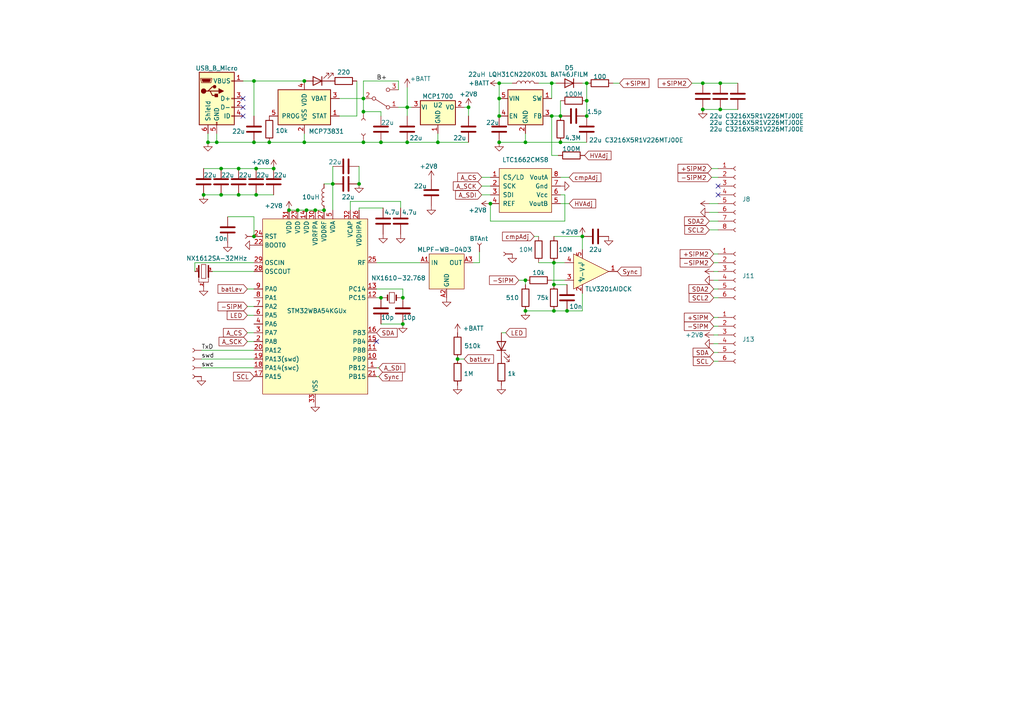
<source format=kicad_sch>
(kicad_sch (version 20211123) (generator eeschema)
  (paper "A4")
  (lib_symbols
    (symbol "Battery_Management:MCP73831-2-OT" (pin_names (offset 1.016))
      (property "Reference" "U" (at -7.62 6.35 0))
      (property "Value" "MCP73831-2-OT" (at 1.27 6.35 0))
      (symbol "MCP73831-2-OT_0_1"
        (rectangle (start -7.62 5.08) (end 7.62 -5.08) (stroke (width 0.254)) (fill (type background)))
      )
      (symbol "MCP73831-2-OT_1_1"
        (pin output line (at 10.16 -2.54 180) (length 2.54) (name "STAT") (number "1"))
        (pin power_in line (at 0 -7.62 90) (length 2.54) (name "VSS") (number "2"))
        (pin power_out line (at 10.16 2.54 180) (length 2.54) (name "VBAT") (number "3"))
        (pin power_in line (at 0 7.62 270) (length 2.54) (name "VDD") (number "4"))
        (pin input line (at -10.16 -2.54 0) (length 2.54) (name "PROG") (number "5"))
      )
    )
    (symbol "Connector:Conn_01x06_Female" (pin_names (offset 1.016) hide)
      (property "Reference" "J" (at 0 7.62 0))
      (property "Value" "Conn_01x06_Female" (at 0 -10.16 0))
      (symbol "Conn_01x06_Female_1_1"
        (arc (start 0 -7.112) (mid -0.508 -7.62) (end 0 -8.128) (stroke (width 0.1524)))
        (arc (start 0 -4.572) (mid -0.508 -5.08) (end 0 -5.588) (stroke (width 0.1524)))
        (arc (start 0 -2.032) (mid -0.508 -2.54) (end 0 -3.048) (stroke (width 0.1524)))
        (polyline (pts (xy -1.27 -7.62) (xy -0.508 -7.62)) (stroke (width 0.1524)))
        (polyline (pts (xy -1.27 -5.08) (xy -0.508 -5.08)) (stroke (width 0.1524)))
        (polyline (pts (xy -1.27 -2.54) (xy -0.508 -2.54)) (stroke (width 0.1524)))
        (polyline (pts (xy -1.27 0) (xy -0.508 0)) (stroke (width 0.1524)))
        (polyline (pts (xy -1.27 2.54) (xy -0.508 2.54)) (stroke (width 0.1524)))
        (polyline (pts (xy -1.27 5.08) (xy -0.508 5.08)) (stroke (width 0.1524)))
        (arc (start 0 0.508) (mid -0.508 0) (end 0 -0.508) (stroke (width 0.1524)))
        (arc (start 0 3.048) (mid -0.508 2.54) (end 0 2.032) (stroke (width 0.1524)))
        (arc (start 0 5.588) (mid -0.508 5.08) (end 0 4.572) (stroke (width 0.1524)))
        (pin passive line (at -5.08 5.08 0) (length 3.81) (name "Pin_1") (number "1"))
        (pin passive line (at -5.08 2.54 0) (length 3.81) (name "Pin_2") (number "2"))
        (pin passive line (at -5.08 0 0) (length 3.81) (name "Pin_3") (number "3"))
        (pin passive line (at -5.08 -2.54 0) (length 3.81) (name "Pin_4") (number "4"))
        (pin passive line (at -5.08 -5.08 0) (length 3.81) (name "Pin_5") (number "5"))
        (pin passive line (at -5.08 -7.62 0) (length 3.81) (name "Pin_6") (number "6"))
      )
    )
    (symbol "Connector:Conn_01x08_Female" (pin_names (offset 1.016) hide)
      (property "Reference" "J" (at 0 10.16 0))
      (property "Value" "Conn_01x08_Female" (at 0 -12.7 0))
      (symbol "Conn_01x08_Female_1_1"
        (arc (start 0 -9.652) (mid -0.508 -10.16) (end 0 -10.668) (stroke (width 0.1524)))
        (arc (start 0 -7.112) (mid -0.508 -7.62) (end 0 -8.128) (stroke (width 0.1524)))
        (arc (start 0 -4.572) (mid -0.508 -5.08) (end 0 -5.588) (stroke (width 0.1524)))
        (arc (start 0 -2.032) (mid -0.508 -2.54) (end 0 -3.048) (stroke (width 0.1524)))
        (polyline (pts (xy -1.27 -10.16) (xy -0.508 -10.16)) (stroke (width 0.1524)))
        (polyline (pts (xy -1.27 -7.62) (xy -0.508 -7.62)) (stroke (width 0.1524)))
        (polyline (pts (xy -1.27 -5.08) (xy -0.508 -5.08)) (stroke (width 0.1524)))
        (polyline (pts (xy -1.27 -2.54) (xy -0.508 -2.54)) (stroke (width 0.1524)))
        (polyline (pts (xy -1.27 0) (xy -0.508 0)) (stroke (width 0.1524)))
        (polyline (pts (xy -1.27 2.54) (xy -0.508 2.54)) (stroke (width 0.1524)))
        (polyline (pts (xy -1.27 5.08) (xy -0.508 5.08)) (stroke (width 0.1524)))
        (polyline (pts (xy -1.27 7.62) (xy -0.508 7.62)) (stroke (width 0.1524)))
        (arc (start 0 0.508) (mid -0.508 0) (end 0 -0.508) (stroke (width 0.1524)))
        (arc (start 0 3.048) (mid -0.508 2.54) (end 0 2.032) (stroke (width 0.1524)))
        (arc (start 0 5.588) (mid -0.508 5.08) (end 0 4.572) (stroke (width 0.1524)))
        (arc (start 0 8.128) (mid -0.508 7.62) (end 0 7.112) (stroke (width 0.1524)))
        (pin passive line (at -5.08 7.62 0) (length 3.81) (name "Pin_1") (number "1"))
        (pin passive line (at -5.08 5.08 0) (length 3.81) (name "Pin_2") (number "2"))
        (pin passive line (at -5.08 2.54 0) (length 3.81) (name "Pin_3") (number "3"))
        (pin passive line (at -5.08 0 0) (length 3.81) (name "Pin_4") (number "4"))
        (pin passive line (at -5.08 -2.54 0) (length 3.81) (name "Pin_5") (number "5"))
        (pin passive line (at -5.08 -5.08 0) (length 3.81) (name "Pin_6") (number "6"))
        (pin passive line (at -5.08 -7.62 0) (length 3.81) (name "Pin_7") (number "7"))
        (pin passive line (at -5.08 -10.16 0) (length 3.81) (name "Pin_8") (number "8"))
      )
    )
    (symbol "Connector:USB_B_Micro" (pin_names (offset 1.016))
      (property "Reference" "J" (at -5.08 11.43 0))
      (property "Value" "USB_B_Micro" (at -5.08 8.89 0))
      (symbol "USB_B_Micro_0_1"
        (rectangle (start -5.08 -7.62) (end 5.08 7.62) (stroke (width 0.254)) (fill (type background)))
        (circle (center -3.81 2.159) (radius 0.635) (stroke (width 0.254)) (fill (type outline)))
        (circle (center -0.635 3.429) (radius 0.381) (stroke (width 0.254)) (fill (type outline)))
        (rectangle (start -0.127 -7.62) (end 0.127 -6.858))
        (polyline (pts (xy -1.905 2.159) (xy 0.635 2.159)) (stroke (width 0.254)))
        (polyline (pts (xy -3.175 2.159) (xy -2.54 2.159) (xy -1.27 3.429) (xy -0.635 3.429)) (stroke (width 0.254)))
        (polyline (pts (xy -2.54 2.159) (xy -1.905 2.159) (xy -1.27 0.889) (xy 0 0.889)) (stroke (width 0.254)))
        (polyline (pts (xy 0.635 2.794) (xy 0.635 1.524) (xy 1.905 2.159) (xy 0.635 2.794)) (stroke (width 0.254)) (fill (type outline)))
        (polyline (pts (xy -4.318 5.588) (xy -1.778 5.588) (xy -2.032 4.826) (xy -4.064 4.826) (xy -4.318 5.588)) (fill (type outline)))
        (polyline (pts (xy -4.699 5.842) (xy -4.699 5.588) (xy -4.445 4.826) (xy -4.445 4.572) (xy -1.651 4.572) (xy -1.651 4.826) (xy -1.397 5.588) (xy -1.397 5.842) (xy -4.699 5.842)))
        (rectangle (start 0.254 1.27) (end -0.508 0.508) (stroke (width 0.254)) (fill (type outline)))
        (rectangle (start 5.08 -5.207) (end 4.318 -4.953))
        (rectangle (start 5.08 -2.667) (end 4.318 -2.413))
        (rectangle (start 5.08 -0.127) (end 4.318 0.127))
        (rectangle (start 5.08 4.953) (end 4.318 5.207))
      )
      (symbol "USB_B_Micro_1_1"
        (pin power_out line (at 7.62 5.08 180) (length 2.54) (name "VBUS") (number "1"))
        (pin bidirectional line (at 7.62 -2.54 180) (length 2.54) (name "D-") (number "2"))
        (pin bidirectional line (at 7.62 0 180) (length 2.54) (name "D+") (number "3"))
        (pin passive line (at 7.62 -5.08 180) (length 2.54) (name "ID") (number "4"))
        (pin power_out line (at 0 -10.16 90) (length 2.54) (name "GND") (number "5"))
        (pin passive line (at -2.54 -10.16 90) (length 2.54) (name "Shield") (number "6"))
      )
    )
    (symbol "Device:C" (pin_numbers hide) (pin_names (offset 0.254))
      (property "Reference" "C" (at 0.635 2.54 0))
      (property "Value" "C" (at 0.635 -2.54 0))
      (symbol "C_0_1"
        (polyline (pts (xy -2.032 -0.762) (xy 2.032 -0.762)) (stroke (width 0.508)))
        (polyline (pts (xy -2.032 0.762) (xy 2.032 0.762)) (stroke (width 0.508)))
      )
      (symbol "C_1_1"
        (pin passive line (at 0 3.81 270) (length 2.794) (name "~") (number "1"))
        (pin passive line (at 0 -3.81 90) (length 2.794) (name "~") (number "2"))
      )
    )
    (symbol "Device:Crystal_Small" (pin_numbers hide) (pin_names (offset 1.016) hide)
      (property "Reference" "Y" (at 0 2.54 0))
      (property "Value" "Crystal_Small" (at 0 -2.54 0))
      (symbol "Crystal_Small_0_1"
        (rectangle (start -0.762 -1.524) (end 0.762 1.524))
        (polyline (pts (xy -1.27 -0.762) (xy -1.27 0.762)) (stroke (width 0.381)))
        (polyline (pts (xy 1.27 -0.762) (xy 1.27 0.762)) (stroke (width 0.381)))
      )
      (symbol "Crystal_Small_1_1"
        (pin passive line (at -2.54 0 0) (length 1.27) (name "1") (number "1"))
        (pin passive line (at 2.54 0 180) (length 1.27) (name "2") (number "2"))
      )
    )
    (symbol "Device:D" (pin_numbers hide) (pin_names (offset 1.016) hide)
      (property "Reference" "D" (at 0 2.54 0))
      (property "Value" "D" (at 0 -2.54 0))
      (symbol "D_0_1"
        (polyline (pts (xy -1.27 1.27) (xy -1.27 -1.27)) (stroke (width 0.254)))
        (polyline (pts (xy 1.27 0) (xy -1.27 0)))
        (polyline (pts (xy 1.27 1.27) (xy 1.27 -1.27) (xy -1.27 0) (xy 1.27 1.27)) (stroke (width 0.254)))
      )
      (symbol "D_1_1"
        (pin passive line (at -3.81 0 0) (length 2.54) (name "K") (number "1"))
        (pin passive line (at 3.81 0 180) (length 2.54) (name "A") (number "2"))
      )
    )
    (symbol "Device:L" (pin_numbers hide) (pin_names (offset 1.016) hide)
      (property "Reference" "L" (at -1.27 0 90))
      (property "Value" "L" (at 1.905 0 90))
      (symbol "L_0_1"
        (arc (start 0 -2.54) (mid 0.635 -1.905) (end 0 -1.27))
        (arc (start 0 -1.27) (mid 0.635 -0.635) (end 0 0))
        (arc (start 0 0) (mid 0.635 0.635) (end 0 1.27))
        (arc (start 0 1.27) (mid 0.635 1.905) (end 0 2.54))
      )
      (symbol "L_1_1"
        (pin passive line (at 0 3.81 270) (length 1.27) (name "1") (number "1"))
        (pin passive line (at 0 -3.81 90) (length 1.27) (name "2") (number "2"))
      )
    )
    (symbol "Device:LED" (pin_numbers hide) (pin_names (offset 1.016) hide)
      (property "Reference" "D" (at 0 2.54 0))
      (property "Value" "LED" (at 0 -2.54 0))
      (symbol "LED_0_1"
        (polyline (pts (xy -1.27 -1.27) (xy -1.27 1.27)) (stroke (width 0.254)))
        (polyline (pts (xy -1.27 0) (xy 1.27 0)))
        (polyline (pts (xy 1.27 -1.27) (xy 1.27 1.27) (xy -1.27 0) (xy 1.27 -1.27)) (stroke (width 0.254)))
        (polyline (pts (xy -3.048 -0.762) (xy -4.572 -2.286) (xy -3.81 -2.286) (xy -4.572 -2.286) (xy -4.572 -1.524)))
        (polyline (pts (xy -1.778 -0.762) (xy -3.302 -2.286) (xy -2.54 -2.286) (xy -3.302 -2.286) (xy -3.302 -1.524)))
      )
      (symbol "LED_1_1"
        (pin passive line (at -3.81 0 0) (length 2.54) (name "K") (number "1"))
        (pin passive line (at 3.81 0 180) (length 2.54) (name "A") (number "2"))
      )
    )
    (symbol "Device:R" (pin_numbers hide) (pin_names (offset 0))
      (property "Reference" "R" (at 2.032 0 90))
      (property "Value" "R" (at 0 0 90))
      (symbol "R_0_1"
        (rectangle (start -1.016 -2.54) (end 1.016 2.54) (stroke (width 0.254)))
      )
      (symbol "R_1_1"
        (pin passive line (at 0 3.81 270) (length 1.27) (name "~") (number "1"))
        (pin passive line (at 0 -3.81 90) (length 1.27) (name "~") (number "2"))
      )
    )
    (symbol "My-Library:Conn" (pin_numbers hide) (pin_names (offset 1.016) hide)
      (property "Reference" "J" (at 0 2.54 0))
      (property "Value" "Conn" (at 0 -2.54 0))
      (symbol "Conn_1_1"
        (arc (start 0 0.508) (mid -0.508 0) (end 0 -0.508) (stroke (width 0.1524)))
        (pin passive line (at -2.54 0 0) (length 2.0066) (name "~") (number "1"))
      )
    )
    (symbol "My-Library:LTC1661CMS8" (pin_names (offset 1.016))
      (property "Reference" "D" (at 0 7.62 0))
      (property "Value" "LTC1661CMS8" (at 0 -7.62 0))
      (symbol "LTC1661CMS8_0_1"
        (rectangle (start -7.62 6.35) (end 7.62 -6.35) (fill (type background)))
      )
      (symbol "LTC1661CMS8_1_1"
        (pin input line (at -10.16 3.81 0) (length 2.54) (name "CS/LD") (number "1"))
        (pin input line (at -10.16 1.27 0) (length 2.54) (name "SCK") (number "2"))
        (pin input line (at -10.16 -1.27 0) (length 2.54) (name "SDI") (number "3"))
        (pin input line (at -10.16 -3.81 0) (length 2.54) (name "REF") (number "4"))
        (pin input line (at 10.16 -3.81 180) (length 2.54) (name "VoutB") (number "5"))
        (pin input line (at 10.16 -1.27 180) (length 2.54) (name "Vcc") (number "6"))
        (pin input line (at 10.16 1.27 180) (length 2.54) (name "Gnd") (number "7"))
        (pin input line (at 10.16 3.81 180) (length 2.54) (name "VoutA") (number "8"))
      )
    )
    (symbol "My-Library:MLPF-WB-04D3"
      (property "Value" "MLPF-WB-04D3" (at 1.27 -13.97 0))
      (symbol "MLPF-WB-04D3_0_1"
        (rectangle (start -5.08 12.7) (end 5.08 2.54) (fill (type background)))
      )
      (symbol "MLPF-WB-04D3_1_1"
        (pin input line (at -7.62 10.16 0) (length 2.54) (name "IN") (number "A1"))
        (pin input line (at 0 0 90) (length 2.54) (name "GND") (number "A2"))
        (pin input line (at 7.62 10.16 180) (length 2.54) (name "OUT") (number "A3"))
        (pin input line (at 0 0 90) (length 2.54) hide (name "GND") (number "B1"))
        (pin input line (at 0 0 90) (length 2.54) hide (name "GND") (number "B2"))
        (pin input line (at 0 0 90) (length 2.54) hide (name "GND") (number "B3"))
      )
    )
    (symbol "My-Library:NX2016SA"
      (property "Value" "NX2016SA-32MHz" (at 0 4.445 0))
      (symbol "NX2016SA_0_1"
        (rectangle (start -1.524 1.778) (end -1.27 -1.778) (stroke (width 0.1524)) (fill (type outline)))
        (rectangle (start -0.635 2.032) (end 0.6604 -2.032) (stroke (width 0.1524)))
        (polyline (pts (xy 1.397 -2.032) (xy 1.397 -3.0988) (xy -1.397 -3.0988) (xy -1.397 -2.032)) (stroke (width 0.1524)))
        (rectangle (start 1.27 1.778) (end 1.524 -1.778) (stroke (width 0.1524)) (fill (type outline)))
      )
      (symbol "NX2016SA_1_1"
        (pin input line (at -2.54 0 0) (length 1.27) (name "") (number "1"))
        (pin input line (at 0 -4.445 90) (length 1.27) (name "") (number "2"))
        (pin input line (at 2.54 0 180) (length 1.27) (name "") (number "3"))
        (pin input line (at 0 -4.445 90) (length 1.27) hide (name "") (number "4"))
      )
    )
    (symbol "My-Library:STM32WBA54KGUx"
      (property "Value" "STM32WBA54KGUx" (at -3.175 -1.27 0))
      (symbol "STM32WBA54KGUx_0_1"
        (rectangle (start -10.16 25.4) (end 20.32 -25.4) (stroke (width 0.1524)) (fill (type background)))
      )
      (symbol "STM32WBA54KGUx_1_1"
        (pin input line (at 22.86 -17.78 180) (length 2.54) (name "PB12") (number "1"))
        (pin input line (at 22.86 -15.24 180) (length 2.54) (name "PB9") (number "10"))
        (pin input line (at 22.86 -12.7 180) (length 2.54) (name "PB8") (number "11"))
        (pin input line (at 22.86 2.54 180) (length 2.54) (name "PC15") (number "12"))
        (pin input line (at 22.86 5.08 180) (length 2.54) (name "PC14") (number "13"))
        (pin input line (at 2.54 27.94 270) (length 2.54) (name "VDD") (number "14"))
        (pin input line (at 22.86 -10.16 180) (length 2.54) (name "PB4") (number "15"))
        (pin input line (at 22.86 -7.62 180) (length 2.54) (name "PB3") (number "16"))
        (pin input line (at -12.7 -20.32 0) (length 2.54) (name "PA15") (number "17"))
        (pin input line (at -12.7 -17.78 0) (length 2.54) (name "PA14(swc)") (number "18"))
        (pin input line (at -12.7 -15.24 0) (length 2.54) (name "PA13(swd)") (number "19"))
        (pin input line (at -12.7 -10.16 0) (length 2.54) (name "PA8") (number "2"))
        (pin input line (at -12.7 -12.7 0) (length 2.54) (name "PA12") (number "20"))
        (pin input line (at 22.86 -20.32 180) (length 2.54) (name "PB15") (number "21"))
        (pin input line (at -12.7 17.78 0) (length 2.54) (name "BOOT0") (number "22"))
        (pin input line (at 0 27.94 270) (length 2.54) (name "VDD") (number "23"))
        (pin input line (at -12.7 20.32 0) (length 2.54) (name "RST") (number "24"))
        (pin input line (at 22.86 12.7 180) (length 2.54) (name "RF") (number "25"))
        (pin input line (at 17.78 27.94 270) (length 2.54) (name "VDDHPA") (number "26"))
        (pin input line (at 7.62 27.94 270) (length 2.54) (name "VDDRF") (number "27"))
        (pin input line (at -12.7 10.16 0) (length 2.54) (name "OSCOUT") (number "28"))
        (pin input line (at -12.7 12.7 0) (length 2.54) (name "OSCIN") (number "29"))
        (pin input line (at -12.7 -7.62 0) (length 2.54) (name "PA7") (number "3"))
        (pin input line (at 5.08 27.94 270) (length 2.54) (name "VDRFPA") (number "30"))
        (pin input line (at -2.54 27.94 270) (length 2.54) (name "VDD") (number "31"))
        (pin input line (at 15.24 27.94 270) (length 2.54) (name "VCAP") (number "32"))
        (pin input line (at 5.08 -27.94 90) (length 2.54) (name "VSS") (number "33"))
        (pin input line (at -12.7 -5.08 0) (length 2.54) (name "PA6") (number "4"))
        (pin input line (at 10.16 27.94 270) (length 2.54) (name "VDA") (number "5"))
        (pin input line (at -12.7 -2.54 0) (length 2.54) (name "PA5") (number "6"))
        (pin input line (at -12.7 0 0) (length 2.54) (name "PA2") (number "7"))
        (pin input line (at -12.7 2.54 0) (length 2.54) (name "PA1") (number "8"))
        (pin input line (at -12.7 5.08 0) (length 2.54) (name "PA0") (number "9"))
      )
    )
    (symbol "My-Library:SW_DPDT_x2" (pin_names (offset 0) hide)
      (property "Reference" "SW" (at 0 4.318 0))
      (property "Value" "SW_DPDT_x2" (at 0 -5.08 0))
      (symbol "SW_DPDT_x2_0_0"
        (circle (center -2.032 0) (radius 0.508))
        (circle (center 2.032 -2.54) (radius 0.508))
      )
      (symbol "SW_DPDT_x2_0_1"
        (polyline (pts (xy -1.524 0.254) (xy 1.651 2.286)))
        (circle (center 2.032 2.54) (radius 0.508))
      )
      (symbol "SW_DPDT_x2_1_1"
        (pin passive line (at 5.08 2.54 180) (length 2.54) (name "A") (number "1"))
        (pin passive line (at -5.08 0 0) (length 2.54) (name "B") (number "2"))
        (pin passive line (at 5.08 -2.54 180) (length 2.54) (name "C") (number "3"))
      )
      (symbol "SW_DPDT_x2_2_1"
        (pin passive line (at 5.08 2.54 180) (length 2.54) (name "A") (number "4"))
        (pin passive line (at -5.08 0 0) (length 2.54) (name "B") (number "5"))
        (pin passive line (at 5.08 -2.54 180) (length 2.54) (name "C") (number "6"))
      )
    )
    (symbol "My-Library:TLV3201AIDBVT" (pin_names (offset 1.016))
      (property "Reference" "U4" (at -6.35 19.05 0))
      (property "Value" "TLV3201AIDBVT" (at -12.7 16.51 0))
      (symbol "TLV3201AIDBVT_0_1"
        (polyline (pts (xy -3.81 5.08) (xy 6.35 0) (xy -3.81 -5.08) (xy -3.81 5.08)) (fill (type background)))
      )
      (symbol "TLV3201AIDBVT_1_1"
        (pin input line (at 8.89 0 180) (length 2.54) (name "~") (number "1"))
        (pin power_out line (at -1.27 -6.35 90) (length 2.54) (name "V-") (number "2"))
        (pin input line (at -6.35 -2.54 0) (length 2.54) (name "+") (number "3"))
        (pin input line (at -6.35 2.54 0) (length 2.54) (name "-") (number "4"))
        (pin power_out line (at -1.27 6.35 270) (length 2.54) (name "V+") (number "5"))
      )
    )
    (symbol "My_Library:AP3015KTR" (pin_names (offset 0.254))
      (property "Reference" "U2" (at 0 9.3218 0))
      (property "Value" "AP3015KTR" (at 0 7.0104 0))
      (symbol "AP3015KTR_0_1"
        (rectangle (start -5.08 5.08) (end 5.08 -5.08) (stroke (width 0.254)) (fill (type background)))
      )
      (symbol "AP3015KTR_1_1"
        (pin output line (at 7.62 2.54 180) (length 2.54) (name "SW") (number "1"))
        (pin power_in line (at 0 -7.62 90) (length 2.54) (name "GND") (number "2"))
        (pin input line (at 7.62 -2.54 180) (length 2.54) (name "FB") (number "3"))
        (pin input line (at -7.62 -2.54 0) (length 2.54) (name "EN") (number "4"))
        (pin input line (at -7.62 2.54 0) (length 2.54) (name "VIN") (number "5"))
      )
    )
    (symbol "Regulator_Linear:MCP1700x-280xxTT" (pin_names (offset 0.254))
      (property "Reference" "U" (at -3.81 3.175 0))
      (property "Value" "MCP1700x-280xxTT" (at 0 3.175 0))
      (symbol "MCP1700x-280xxTT_0_1"
        (rectangle (start -5.08 1.905) (end 5.08 -5.08) (stroke (width 0.254)) (fill (type background)))
      )
      (symbol "MCP1700x-280xxTT_1_1"
        (pin power_in line (at 0 -7.62 90) (length 2.54) (name "GND") (number "1"))
        (pin power_out line (at 7.62 0 180) (length 2.54) (name "VO") (number "2"))
        (pin power_in line (at -7.62 0 0) (length 2.54) (name "VI") (number "3"))
      )
    )
    (symbol "power:+2V8" (power) (pin_names (offset 0))
      (property "Value" "+2V8" (at 0 3.556 0))
      (symbol "+2V8_0_1"
        (polyline (pts (xy -0.762 1.27) (xy 0 2.54)))
        (polyline (pts (xy 0 0) (xy 0 2.54)))
        (polyline (pts (xy 0 2.54) (xy 0.762 1.27)))
      )
      (symbol "+2V8_1_1"
        (pin power_in line (at 0 0 90) (length 0) hide (name "+2V8") (number "1"))
      )
    )
    (symbol "power:+BATT" (power) (pin_names (offset 0))
      (property "Value" "+BATT" (at 0 3.556 0))
      (symbol "+BATT_0_1"
        (polyline (pts (xy -0.762 1.27) (xy 0 2.54)))
        (polyline (pts (xy 0 0) (xy 0 2.54)))
        (polyline (pts (xy 0 2.54) (xy 0.762 1.27)))
      )
      (symbol "+BATT_1_1"
        (pin power_in line (at 0 0 90) (length 0) hide (name "+BATT") (number "1"))
      )
    )
    (symbol "power:GND" (power) (pin_names (offset 0))
      (property "Value" "GND" (at 0 -3.81 0))
      (symbol "GND_0_1"
        (polyline (pts (xy 0 0) (xy 0 -1.27) (xy 1.27 -1.27) (xy 0 -2.54) (xy -1.27 -1.27) (xy 0 -1.27)))
      )
      (symbol "GND_1_1"
        (pin power_in line (at 0 0 270) (length 0) hide (name "GND") (number "1"))
      )
    )
    (symbol "power:GND2" (power) (pin_names (offset 0))
      (property "Value" "GND2" (at 0 -3.81 0))
      (symbol "GND2_0_1"
        (polyline (pts (xy 0 0) (xy 0 -1.27) (xy 1.27 -1.27) (xy 0 -2.54) (xy -1.27 -1.27) (xy 0 -1.27)))
      )
      (symbol "GND2_1_1"
        (pin power_in line (at 0 0 270) (length 0) hide (name "GND2") (number "1"))
      )
    )
    (symbol "power:VAA" (power) (pin_names (offset 0))
      (property "Value" "VAA" (at 0 3.81 0))
      (symbol "VAA_0_1"
        (polyline (pts (xy -0.762 1.27) (xy 0 2.54)))
        (polyline (pts (xy 0 0) (xy 0 2.54)))
        (polyline (pts (xy 0 2.54) (xy 0.762 1.27)))
      )
      (symbol "VAA_1_1"
        (pin power_in line (at 0 0 90) (length 0) hide (name "VAA") (number "1"))
      )
    )
  )
  (junction (at 59.055 56.515))
  (junction (at 116.84 93.98))
  (junction (at 105.41 28.575))
  (junction (at 144.78 33.655))
  (junction (at 64.135 48.895))
  (junction (at 86.36 60.96))
  (junction (at 144.78 24.13))
  (junction (at 160.02 33.655))
  (junction (at 88.265 23.495))
  (junction (at 116.84 86.36))
  (junction (at 110.49 86.36))
  (junction (at 96.52 53.34))
  (junction (at 105.41 41.275))
  (junction (at 168.91 68.58))
  (junction (at 170.18 29.21))
  (junction (at 170.18 24.13))
  (junction (at 104.14 53.34))
  (junction (at 69.215 48.895))
  (junction (at 144.78 28.575))
  (junction (at 203.835 31.75))
  (junction (at 127 41.275))
  (junction (at 162.56 33.655))
  (junction (at 73.66 68.58))
  (junction (at 152.4 81.28))
  (junction (at 208.915 31.75))
  (junction (at 64.135 56.515))
  (junction (at 91.44 60.96))
  (junction (at 74.295 56.515))
  (junction (at 110.49 41.275))
  (junction (at 60.325 41.275))
  (junction (at 203.835 24.13))
  (junction (at 160.655 76.2))
  (junction (at 74.295 48.895))
  (junction (at 93.98 60.96))
  (junction (at 118.11 31.115))
  (junction (at 152.4 41.275))
  (junction (at 135.89 31.115))
  (junction (at 160.02 24.13))
  (junction (at 132.715 104.14))
  (junction (at 144.78 41.275))
  (junction (at 69.215 56.515))
  (junction (at 152.4 90.17))
  (junction (at 160.655 90.17))
  (junction (at 170.18 33.655))
  (junction (at 162.56 41.275))
  (junction (at 73.66 41.275))
  (junction (at 88.9 60.96))
  (junction (at 164.465 90.17))
  (junction (at 118.11 41.275))
  (junction (at 83.82 60.96))
  (junction (at 62.865 41.275))
  (junction (at 78.105 41.275))
  (junction (at 79.375 48.895))
  (junction (at 142.24 59.055))
  (junction (at 208.915 24.13))
  (junction (at 73.66 23.495))
  (junction (at 160.655 82.55))
  (junction (at 105.41 32.385))
  (junction (at 88.265 41.275))
  (no_connect (at 208.28 56.515))
  (no_connect (at 70.485 33.655))
  (no_connect (at 70.485 31.115))
  (no_connect (at 70.485 28.575))
  (no_connect (at 208.28 53.975))
  (no_connect (at 109.22 99.06))
  (wire (pts (xy 111.125 60.325) (xy 104.14 60.325)))
  (wire (pts (xy 162.56 41.275) (xy 170.18 41.275)))
  (wire (pts (xy 103.505 23.495) (xy 103.505 33.655)))
  (wire (pts (xy 207.01 78.74) (xy 208.28 78.74)))
  (wire (pts (xy 144.78 24.13) (xy 148.59 24.13)))
  (wire (pts (xy 116.205 86.36) (xy 116.84 86.36)))
  (wire (pts (xy 160.02 24.13) (xy 160.02 28.575)))
  (wire (pts (xy 83.82 60.96) (xy 86.36 60.96)))
  (wire (pts (xy 70.485 23.495) (xy 73.66 23.495)))
  (wire (pts (xy 160.655 76.2) (xy 163.83 76.2)))
  (wire (pts (xy 118.11 31.115) (xy 118.11 33.655)))
  (wire (pts (xy 145.415 96.52) (xy 146.685 96.52)))
  (wire (pts (xy 135.89 31.115) (xy 135.89 33.655)))
  (wire (pts (xy 160.02 81.28) (xy 163.83 81.28)))
  (wire (pts (xy 98.425 28.575) (xy 105.41 28.575)))
  (wire (pts (xy 59.055 56.515) (xy 64.135 56.515)))
  (wire (pts (xy 105.41 23.495) (xy 105.41 28.575)))
  (wire (pts (xy 78.105 41.275) (xy 88.265 41.275)))
  (wire (pts (xy 170.18 29.21) (xy 170.18 33.655)))
  (wire (pts (xy 207.01 86.36) (xy 208.28 86.36)))
  (wire (pts (xy 152.4 41.275) (xy 162.56 41.275)))
  (wire (pts (xy 110.49 93.98) (xy 116.84 93.98)))
  (wire (pts (xy 207.01 102.235) (xy 208.28 102.235)))
  (wire (pts (xy 115.57 26.035) (xy 115.57 23.495)))
  (wire (pts (xy 142.24 64.135) (xy 163.83 64.135)))
  (wire (pts (xy 139.7 51.435) (xy 142.24 51.435)))
  (wire (pts (xy 207.01 97.155) (xy 208.28 97.155)))
  (wire (pts (xy 205.74 61.595) (xy 208.28 61.595)))
  (wire (pts (xy 74.295 56.515) (xy 79.375 56.515)))
  (wire (pts (xy 206.375 51.435) (xy 208.28 51.435)))
  (wire (pts (xy 101.6 58.42) (xy 101.6 60.96)))
  (wire (pts (xy 156.21 24.13) (xy 160.02 24.13)))
  (wire (pts (xy 207.01 92.075) (xy 208.28 92.075)))
  (wire (pts (xy 110.49 41.275) (xy 118.11 41.275)))
  (wire (pts (xy 168.91 85.09) (xy 168.91 90.17)))
  (wire (pts (xy 58.42 106.68) (xy 73.66 106.68)))
  (wire (pts (xy 170.18 24.13) (xy 170.18 29.21)))
  (wire (pts (xy 104.14 60.325) (xy 104.14 60.96)))
  (wire (pts (xy 110.49 33.655) (xy 110.49 32.385)))
  (wire (pts (xy 86.36 60.96) (xy 88.9 60.96)))
  (wire (pts (xy 56.515 76.2) (xy 56.515 78.74)))
  (wire (pts (xy 152.4 81.28) (xy 152.4 82.55)))
  (wire (pts (xy 132.715 104.14) (xy 134.62 104.14)))
  (wire (pts (xy 163.83 56.515) (xy 162.56 56.515)))
  (wire (pts (xy 162.56 51.435) (xy 165.1 51.435)))
  (wire (pts (xy 60.325 38.735) (xy 60.325 41.275)))
  (wire (pts (xy 105.41 28.575) (xy 105.41 32.385)))
  (wire (pts (xy 144.78 28.575) (xy 144.78 24.13)))
  (wire (pts (xy 127 38.735) (xy 127 41.275)))
  (wire (pts (xy 203.835 31.75) (xy 208.915 31.75)))
  (wire (pts (xy 109.22 106.68) (xy 109.855 106.68)))
  (wire (pts (xy 208.915 31.75) (xy 213.995 31.75)))
  (wire (pts (xy 96.52 53.34) (xy 93.98 53.34)))
  (wire (pts (xy 73.66 76.2) (xy 56.515 76.2)))
  (wire (pts (xy 64.135 56.515) (xy 69.215 56.515)))
  (wire (pts (xy 115.57 23.495) (xy 105.41 23.495)))
  (wire (pts (xy 88.265 41.275) (xy 105.41 41.275)))
  (wire (pts (xy 139.065 76.2) (xy 137.16 76.2)))
  (wire (pts (xy 73.66 62.865) (xy 73.66 68.58)))
  (wire (pts (xy 139.7 56.515) (xy 142.24 56.515)))
  (wire (pts (xy 88.265 41.275) (xy 88.265 38.735)))
  (wire (pts (xy 168.91 72.39) (xy 168.91 68.58)))
  (wire (pts (xy 96.52 48.26) (xy 96.52 53.34)))
  (wire (pts (xy 168.91 90.17) (xy 164.465 90.17)))
  (wire (pts (xy 116.205 58.42) (xy 101.6 58.42)))
  (wire (pts (xy 62.865 38.735) (xy 62.865 41.275)))
  (wire (pts (xy 203.835 24.13) (xy 208.915 24.13)))
  (wire (pts (xy 156.21 76.2) (xy 160.655 76.2)))
  (wire (pts (xy 168.91 68.58) (xy 160.655 68.58)))
  (wire (pts (xy 139.065 73.025) (xy 139.065 76.2)))
  (wire (pts (xy 144.78 41.275) (xy 152.4 41.275)))
  (wire (pts (xy 207.01 76.2) (xy 208.28 76.2)))
  (wire (pts (xy 207.01 104.775) (xy 208.28 104.775)))
  (wire (pts (xy 207.01 99.695) (xy 208.28 99.695)))
  (wire (pts (xy 150.495 81.28) (xy 152.4 81.28)))
  (wire (pts (xy 152.4 90.17) (xy 160.655 90.17)))
  (wire (pts (xy 154.94 68.58) (xy 156.21 68.58)))
  (wire (pts (xy 69.215 56.515) (xy 74.295 56.515)))
  (wire (pts (xy 109.22 86.36) (xy 110.49 86.36)))
  (wire (pts (xy 160.02 45.085) (xy 160.02 33.655)))
  (wire (pts (xy 116.205 60.325) (xy 116.205 58.42)))
  (wire (pts (xy 207.01 73.66) (xy 208.28 73.66)))
  (wire (pts (xy 69.215 48.895) (xy 74.295 48.895)))
  (wire (pts (xy 160.02 33.655) (xy 162.56 33.655)))
  (wire (pts (xy 206.375 48.895) (xy 208.28 48.895)))
  (wire (pts (xy 160.02 24.13) (xy 161.29 24.13)))
  (wire (pts (xy 58.42 101.6) (xy 73.66 101.6)))
  (wire (pts (xy 207.01 83.82) (xy 208.28 83.82)))
  (wire (pts (xy 66.04 62.865) (xy 73.66 62.865)))
  (wire (pts (xy 144.78 33.655) (xy 144.78 28.575)))
  (wire (pts (xy 118.11 41.275) (xy 127 41.275)))
  (wire (pts (xy 161.925 45.085) (xy 160.02 45.085)))
  (wire (pts (xy 58.42 104.14) (xy 73.66 104.14)))
  (wire (pts (xy 205.74 59.055) (xy 208.28 59.055)))
  (wire (pts (xy 109.22 83.82) (xy 116.84 83.82)))
  (wire (pts (xy 62.865 41.275) (xy 73.66 41.275)))
  (wire (pts (xy 134.62 31.115) (xy 135.89 31.115)))
  (wire (pts (xy 127 41.275) (xy 135.89 41.275)))
  (wire (pts (xy 71.755 88.9) (xy 73.66 88.9)))
  (wire (pts (xy 109.22 76.2) (xy 121.92 76.2)))
  (wire (pts (xy 160.655 90.17) (xy 164.465 90.17)))
  (wire (pts (xy 64.135 48.895) (xy 69.215 48.895)))
  (wire (pts (xy 96.52 53.34) (xy 96.52 60.96)))
  (wire (pts (xy 105.41 41.275) (xy 110.49 41.275)))
  (wire (pts (xy 110.49 32.385) (xy 105.41 32.385)))
  (wire (pts (xy 205.74 64.135) (xy 208.28 64.135)))
  (wire (pts (xy 110.49 86.36) (xy 111.125 86.36)))
  (wire (pts (xy 73.66 23.495) (xy 88.265 23.495)))
  (wire (pts (xy 162.56 29.21) (xy 162.56 33.655)))
  (wire (pts (xy 118.11 25.4) (xy 118.11 31.115)))
  (wire (pts (xy 207.01 94.615) (xy 208.28 94.615)))
  (wire (pts (xy 59.055 48.895) (xy 64.135 48.895)))
  (wire (pts (xy 71.755 83.82) (xy 73.66 83.82)))
  (wire (pts (xy 142.24 59.055) (xy 142.24 64.135)))
  (wire (pts (xy 71.755 91.44) (xy 73.66 91.44)))
  (wire (pts (xy 115.57 31.115) (xy 118.11 31.115)))
  (wire (pts (xy 152.4 41.275) (xy 152.4 38.735)))
  (wire (pts (xy 177.8 24.13) (xy 179.705 24.13)))
  (wire (pts (xy 160.655 76.2) (xy 160.655 82.55)))
  (wire (pts (xy 104.14 48.26) (xy 104.14 53.34)))
  (wire (pts (xy 116.84 83.82) (xy 116.84 86.36)))
  (wire (pts (xy 88.9 60.96) (xy 91.44 60.96)))
  (wire (pts (xy 205.74 66.675) (xy 208.28 66.675)))
  (wire (pts (xy 71.755 99.06) (xy 73.66 99.06)))
  (wire (pts (xy 163.83 64.135) (xy 163.83 56.515)))
  (wire (pts (xy 74.295 48.895) (xy 79.375 48.895)))
  (wire (pts (xy 139.7 53.975) (xy 142.24 53.975)))
  (wire (pts (xy 160.655 82.55) (xy 164.465 82.55)))
  (wire (pts (xy 73.66 23.495) (xy 73.66 33.655)))
  (wire (pts (xy 60.325 41.275) (xy 62.865 41.275)))
  (wire (pts (xy 168.91 24.13) (xy 170.18 24.13)))
  (wire (pts (xy 103.505 33.655) (xy 98.425 33.655)))
  (wire (pts (xy 207.01 81.28) (xy 208.28 81.28)))
  (wire (pts (xy 118.11 31.115) (xy 119.38 31.115)))
  (wire (pts (xy 71.755 96.52) (xy 73.66 96.52)))
  (wire (pts (xy 73.66 78.74) (xy 61.595 78.74)))
  (wire (pts (xy 91.44 60.96) (xy 93.98 60.96)))
  (wire (pts (xy 208.915 24.13) (xy 213.995 24.13)))
  (wire (pts (xy 73.66 41.275) (xy 78.105 41.275)))
  (wire (pts (xy 200.66 24.13) (xy 203.835 24.13)))
  (wire (pts (xy 162.56 59.055) (xy 165.1 59.055)))
  (wire (pts (xy 109.22 109.22) (xy 109.855 109.22)))
  (label "B+" (at 109.22 23.495 0))
  (label "swd" (at 58.42 104.14 0))
  (label "TxD" (at 58.42 101.6 0))
  (label "swc" (at 58.42 106.68 0))
  (global_label "SCL2" (shape input) (at 205.74 66.675 180) (property "Обозначения листов" "${INTERSHEET_REFS}" (effects hide)))
  (global_label "batLev" (shape input) (at 134.62 104.14 0) (property "Обозначения листов" "${INTERSHEET_REFS}" (effects hide)))
  (global_label "Sync" (shape input) (at 109.855 109.22 0) (property "Обозначения листов" "${INTERSHEET_REFS}" (effects hide)))
  (global_label "-SiPM2" (shape input) (at 206.375 51.435 180) (property "Обозначения листов" "${INTERSHEET_REFS}" (effects hide)))
  (global_label "A_SDI" (shape input) (at 139.7 56.515 180) (property "Обозначения листов" "${INTERSHEET_REFS}" (effects hide)))
  (global_label "-SiPM" (shape input) (at 150.495 81.28 180) (property "Обозначения листов" "${INTERSHEET_REFS}" (effects hide)))
  (global_label "A_CS" (shape input) (at 139.7 51.435 180) (property "Обозначения листов" "${INTERSHEET_REFS}" (effects hide)))
  (global_label "SCL2" (shape input) (at 207.01 86.36 180) (property "Обозначения листов" "${INTERSHEET_REFS}" (effects hide)))
  (global_label "+SiPM2" (shape input) (at 207.01 73.66 180) (property "Обозначения листов" "${INTERSHEET_REFS}" (effects hide)))
  (global_label "-SiPM" (shape input) (at 207.01 94.615 180) (property "Обозначения листов" "${INTERSHEET_REFS}" (effects hide)))
  (global_label "+SiPM" (shape input) (at 179.705 24.13 0) (property "Обозначения листов" "${INTERSHEET_REFS}" (effects hide)))
  (global_label "Sync" (shape input) (at 179.07 78.74 0) (property "Обозначения листов" "${INTERSHEET_REFS}" (effects hide)))
  (global_label "A_SCK" (shape input) (at 71.755 99.06 180) (property "Обозначения листов" "${INTERSHEET_REFS}" (effects hide)))
  (global_label "+SiPM" (shape input) (at 207.01 92.075 180) (property "Обозначения листов" "${INTERSHEET_REFS}" (effects hide)))
  (global_label "cmpAdj" (shape input) (at 165.1 51.435 0) (property "Обозначения листов" "${INTERSHEET_REFS}" (effects hide)))
  (global_label "SDA" (shape input) (at 207.01 102.235 180) (property "Обозначения листов" "${INTERSHEET_REFS}" (effects hide)))
  (global_label "-SiPM" (shape input) (at 71.755 88.9 180) (property "Обозначения листов" "${INTERSHEET_REFS}" (effects hide)))
  (global_label "HVAdj" (shape input) (at 169.545 45.085 0) (property "Обозначения листов" "${INTERSHEET_REFS}" (effects hide)))
  (global_label "+SiPM2" (shape input) (at 206.375 48.895 180) (property "Обозначения листов" "${INTERSHEET_REFS}" (effects hide)))
  (global_label "+SiPM2" (shape input) (at 200.66 24.13 180) (property "Обозначения листов" "${INTERSHEET_REFS}" (effects hide)))
  (global_label "A_SDI" (shape input) (at 109.855 106.68 0) (property "Обозначения листов" "${INTERSHEET_REFS}" (effects hide)))
  (global_label "cmpAdj" (shape input) (at 154.94 68.58 180) (property "Обозначения листов" "${INTERSHEET_REFS}" (effects hide)))
  (global_label "SDA2" (shape input) (at 205.74 64.135 180) (property "Обозначения листов" "${INTERSHEET_REFS}" (effects hide)))
  (global_label "A_CS" (shape input) (at 71.755 96.52 180) (property "Обозначения листов" "${INTERSHEET_REFS}" (effects hide)))
  (global_label "A_SCK" (shape input) (at 139.7 53.975 180) (property "Обозначения листов" "${INTERSHEET_REFS}" (effects hide)))
  (global_label "LED" (shape input) (at 146.685 96.52 0) (property "Обозначения листов" "${INTERSHEET_REFS}" (effects hide)))
  (global_label "-SiPM2" (shape input) (at 207.01 76.2 180) (property "Обозначения листов" "${INTERSHEET_REFS}" (effects hide)))
  (global_label "SDA" (shape input) (at 109.22 96.52 0) (property "Обозначения листов" "${INTERSHEET_REFS}" (effects hide)))
  (global_label "HVAdj" (shape input) (at 165.1 59.055 0) (property "Обозначения листов" "${INTERSHEET_REFS}" (effects hide)))
  (global_label "batLev" (shape input) (at 71.755 83.82 180) (property "Обозначения листов" "${INTERSHEET_REFS}" (effects hide)))
  (global_label "LED" (shape input) (at 71.755 91.44 180) (property "Обозначения листов" "${INTERSHEET_REFS}" (effects hide)))
  (global_label "SCL" (shape input) (at 207.01 104.775 180) (property "Обозначения листов" "${INTERSHEET_REFS}" (effects hide)))
  (global_label "SDA2" (shape input) (at 207.01 83.82 180) (property "Обозначения листов" "${INTERSHEET_REFS}" (effects hide)))
  (global_label "SCL" (shape input) (at 73.66 109.22 180) (property "Обозначения листов" "${INTERSHEET_REFS}" (effects hide)))
  (symbol (lib_id "My-Library:LTC1661CMS8") (at 152.4 55.245 0) (unit 1)
    (property "Reference" "D4" (effects hide))
    (property "Value" "LTC1662CMS8" (at 152.4 46.355 0))
    (property "Footprint" "Package_SO:MSOP-8_3x3mm_P0.65mm" (effects hide))
  )
  (symbol (lib_id "power:+2V8") (at 207.01 97.155 90) (unit 1)
    (property "Reference" "#PWR07" (effects hide))
    (property "Value" "+2V8" (at 198.755 97.155 90) (effects (justify right)))
  )
  (symbol (lib_id "Device:R") (at 132.715 100.33 0) (unit 1)
    (property "Reference" "R1" (effects hide))
    (property "Value" "510k" (at 134.62 100.33 0) (effects (justify left)))
    (property "Footprint" "Resistor_SMD:R_0402_1005Metric" (effects hide))
  )
  (symbol (lib_id "My-Library:STM32WBA54KGUx") (at 86.36 88.9 0) (unit 1)
    (property "Reference" "D1" (effects hide))
    (property "Value" "STM32WBA54KGUx" (at 83.185 90.17 0) (effects (justify left)))
    (property "Footprint" "Package_DFN_QFN:QFN-32-1EP_5x5mm_P0.5mm_EP3.1x3.1mm" (effects hide))
  )
  (symbol (lib_id "Device:L") (at 93.98 57.15 180) (unit 1)
    (property "Reference" "L1" (effects hide))
    (property "Value" "10uH" (at 90.17 57.15 0))
    (property "Footprint" "Inductor_SMD:L_0603_1608Metric" (effects hide))
  )
  (symbol (lib_id "power:+2V8") (at 125.095 52.07 0) (unit 1)
    (property "Reference" "#PWR0103" (effects hide))
    (property "Value" "+2V8" (at 127 48.26 0) (effects (justify right)))
  )
  (symbol (lib_id "Device:C") (at 213.995 27.94 180) (unit 1)
    (property "Reference" "C19" (effects hide))
    (property "Value" "22u C3216X5R1V226MTJ00E" (at 205.74 37.465 0) (effects (justify right)))
    (property "Footprint" "Capacitor_SMD:C_1206_3216Metric" (effects hide))
    (property "Datasheet" "GRM31CR61H106KA12L" (effects hide))
  )
  (symbol (lib_id "Device:C") (at 170.18 37.465 180) (unit 1)
    (property "Reference" "C16" (effects hide))
    (property "Value" "22u C3216X5R1V226MTJ00E" (at 170.815 40.64 0) (effects (justify right)))
    (property "Footprint" "Capacitor_SMD:C_1206_3216Metric" (effects hide))
    (property "Datasheet" "GRM31CR61H106KA12L" (effects hide))
  )
  (symbol (lib_id "My-Library:Conn") (at 146.05 73.66 180) (unit 1)
    (property "Reference" "J3" (effects hide))
    (property "Value" "Conn" (effects hide))
    (property "Footprint" "lib:conn_mini" (effects hide))
  )
  (symbol (lib_id "power:GND2") (at 205.74 61.595 270) (unit 1)
    (property "Reference" "#PWR04" (effects hide))
    (property "Value" "GND2" (effects hide))
  )
  (symbol (lib_id "My-Library:TLV3201AIDBVT") (at 170.18 78.74 0) (unit 1)
    (property "Reference" "U3" (effects hide))
    (property "Value" "TLV3201AIDCK" (at 176.53 83.82 0))
    (property "Footprint" "My-library:TLV320x-SC70" (effects hide))
  )
  (symbol (lib_id "power:GND") (at 129.54 86.36 0) (unit 1)
    (property "Reference" "#PWR0102" (effects hide))
    (property "Value" "GND" (effects hide))
  )
  (symbol (lib_id "power:GND") (at 104.14 53.34 0) (unit 1)
    (property "Reference" "#PWR0125" (effects hide))
    (property "Value" "GND" (effects hide))
  )
  (symbol (lib_id "Device:C") (at 69.215 52.705 0) (unit 1)
    (property "Reference" "C3" (effects hide))
    (property "Value" "22u" (at 69.215 50.8 0) (effects (justify left)))
    (property "Footprint" "Capacitor_SMD:C_0402_1005Metric" (effects hide))
  )
  (symbol (lib_id "power:GND") (at 125.095 59.69 0) (unit 1)
    (property "Reference" "#PWR0106" (effects hide))
    (property "Value" "GND" (effects hide))
  )
  (symbol (lib_id "power:GND") (at 116.205 67.945 0) (unit 1)
    (property "Reference" "#PWR0128" (effects hide))
    (property "Value" "GND" (effects hide))
  )
  (symbol (lib_id "Device:C") (at 116.84 90.17 0) (unit 1)
    (property "Reference" "C21" (effects hide))
    (property "Value" "10p" (at 118.745 92.075 0))
    (property "Footprint" "My-library:C_0201_0603Metric" (effects hide))
  )
  (symbol (lib_id "My_Library:AP3015KTR") (at 152.4 31.115 0) (unit 1)
    (property "Reference" "U4" (effects hide))
    (property "Value" "AP3015KTR" (effects hide))
    (property "Footprint" "Package_TO_SOT_SMD:SOT-23-5" (effects hide))
    (property "Datasheet" "http://www.ti.com/lit/ds/symlink/lm2733.pdf" (effects hide))
  )
  (symbol (lib_id "power:GND") (at 162.56 53.975 90) (unit 1)
    (property "Reference" "#PWR0112" (effects hide))
    (property "Value" "GND" (effects hide))
  )
  (symbol (lib_id "power:GND") (at 152.4 90.17 0) (unit 1)
    (property "Reference" "#PWR0113" (effects hide))
    (property "Value" "GND" (effects hide))
  )
  (symbol (lib_id "Device:C") (at 135.89 37.465 0) (unit 1)
    (property "Reference" "C13" (effects hide))
    (property "Value" "22u" (at 131.445 40.005 0) (effects (justify left)))
    (property "Footprint" "Capacitor_SMD:C_0402_1005Metric" (effects hide))
  )
  (symbol (lib_id "Device:C") (at 166.37 33.655 270) (unit 1)
    (property "Reference" "C9" (effects hide))
    (property "Value" "1.5p" (at 174.625 32.385 90) (effects (justify right)))
    (property "Footprint" "Capacitor_SMD:C_0402_1005Metric" (effects hide))
  )
  (symbol (lib_id "Device:R") (at 166.37 29.21 270) (unit 1)
    (property "Reference" "R16" (effects hide))
    (property "Value" "100M" (at 166.37 27.305 90))
    (property "Footprint" "Resistor_SMD:R_0402_1005Metric" (effects hide))
    (property "Datasheet" "HMC0402FT100M" (effects hide))
  )
  (symbol (lib_id "Device:R") (at 99.695 23.495 90) (unit 1)
    (property "Reference" "R4" (effects hide))
    (property "Value" "220" (at 99.695 20.955 90))
    (property "Footprint" "Resistor_SMD:R_0402_1005Metric" (effects hide))
  )
  (symbol (lib_id "My-Library:MLPF-WB-04D3") (at 129.54 86.36 0) (unit 1)
    (property "Reference" "D6" (effects hide))
    (property "Value" "MLPF-WB-04D3" (at 128.905 72.39 0))
    (property "Footprint" "My-library:MLPF-WB-04D3" (effects hide))
  )
  (symbol (lib_id "My-Library:SW_DPDT_x2") (at 110.49 28.575 0) (mirror x) (unit 1)
    (property "Reference" "SW1" (effects hide))
    (property "Value" "SW_DPDT_x2" (effects hide))
    (property "Footprint" "lib:MySwithc" (effects hide))
  )
  (symbol (lib_id "Device:C") (at 100.33 48.26 90) (unit 1)
    (property "Reference" "C23" (effects hide))
    (property "Value" "22u" (at 97.155 46.99 90))
    (property "Footprint" "Capacitor_SMD:C_0402_1005Metric" (effects hide))
  )
  (symbol (lib_id "My-Library:Conn") (at 55.88 101.6 180) (unit 1)
    (property "Reference" "J9" (effects hide))
    (property "Value" "Conn" (effects hide))
    (property "Footprint" "lib:conn_mini" (effects hide))
  )
  (symbol (lib_id "power:+2V8") (at 79.375 48.895 0) (unit 1)
    (property "Reference" "#PWR0122" (effects hide))
    (property "Value" "+2V8" (at 75.565 46.99 0))
  )
  (symbol (lib_id "Device:C") (at 125.095 55.88 0) (unit 1)
    (property "Reference" "C11" (effects hide))
    (property "Value" "22u" (at 120.015 53.975 0) (effects (justify left)))
    (property "Footprint" "Capacitor_SMD:C_0402_1005Metric" (effects hide))
  )
  (symbol (lib_id "power:GND") (at 111.125 67.945 0) (unit 1)
    (property "Reference" "#PWR0110" (effects hide))
    (property "Value" "GND" (effects hide))
  )
  (symbol (lib_id "power:GND") (at 116.84 93.98 0) (unit 1)
    (property "Reference" "#PWR0114" (effects hide))
    (property "Value" "GND" (effects hide))
  )
  (symbol (lib_id "Device:R") (at 160.655 86.36 0) (unit 1)
    (property "Reference" "R10" (effects hide))
    (property "Value" "75k" (at 155.575 86.36 0) (effects (justify left)))
    (property "Footprint" "Resistor_SMD:R_0402_1005Metric" (effects hide))
  )
  (symbol (lib_id "My-Library:Conn") (at 55.88 109.22 180) (unit 1)
    (property "Reference" "J10" (effects hide))
    (property "Value" "Conn" (effects hide))
    (property "Footprint" "lib:conn_mini" (effects hide))
  )
  (symbol (lib_id "My-Library:Conn") (at 55.88 106.68 180) (unit 1)
    (property "Reference" "J5" (effects hide))
    (property "Value" "Conn" (effects hide))
    (property "Footprint" "lib:conn_mini" (effects hide))
  )
  (symbol (lib_id "Device:R") (at 152.4 86.36 0) (unit 1)
    (property "Reference" "R6" (effects hide))
    (property "Value" "510" (at 146.685 86.36 0) (effects (justify left)))
    (property "Footprint" "Resistor_SMD:R_0402_1005Metric" (effects hide))
  )
  (symbol (lib_id "Connector:Conn_01x06_Female") (at 213.36 78.74 0) (unit 1)
    (property "Reference" "J11" (at 215.265 80.0099 0) (effects (justify left)))
    (property "Value" "Conn_01x06_Female" (effects hide))
    (property "Footprint" "Connector_PinHeader_2.54mm:PinHeader_1x06_P2.54mm_Horizontal" (effects hide))
  )
  (symbol (lib_id "Connector:Conn_01x06_Female") (at 213.36 97.155 0) (unit 1)
    (property "Reference" "J13" (at 215.265 98.4249 0) (effects (justify left)))
    (property "Value" "Conn_01x06_Female" (effects hide))
    (property "Footprint" "Connector_PinSocket_2.54mm:PinSocket_1x06_P2.54mm_Vertical" (effects hide))
  )
  (symbol (lib_id "power:GND2") (at 203.835 31.75 0) (unit 1)
    (property "Reference" "#PWR0116" (effects hide))
    (property "Value" "GND2" (effects hide))
  )
  (symbol (lib_id "My-Library:Conn") (at 55.88 104.14 180) (unit 1)
    (property "Reference" "J4" (effects hide))
    (property "Value" "Conn" (effects hide))
    (property "Footprint" "lib:conn_mini" (effects hide))
  )
  (symbol (lib_id "power:GND") (at 132.715 111.76 0) (unit 1)
    (property "Reference" "#PWR0129" (effects hide))
    (property "Value" "GND" (effects hide))
  )
  (symbol (lib_id "Regulator_Linear:MCP1700x-280xxTT") (at 127 31.115 0) (unit 1)
    (property "Reference" "U2" (at 127 30.48 0))
    (property "Value" "MCP1700" (at 127 27.94 0))
    (property "Footprint" "Package_TO_SOT_SMD:SOT-23-3" (effects hide))
    (property "Datasheet" "http://ww1.microchip.com/downloads/en/DeviceDoc/20001826D.pdf" (effects hide))
  )
  (symbol (lib_id "Battery_Management:MCP73831-2-OT") (at 88.265 31.115 0) (unit 1)
    (property "Reference" "U1" (effects hide))
    (property "Value" "MCP73831" (at 89.535 38.1 0) (effects (justify left)))
    (property "Footprint" "Package_TO_SOT_SMD:SOT-23-5" (effects hide))
    (property "Datasheet" "http://ww1.microchip.com/downloads/en/DeviceDoc/20001984g.pdf" (effects hide))
  )
  (symbol (lib_id "Device:C") (at 110.49 90.17 0) (unit 1)
    (property "Reference" "C22" (effects hide))
    (property "Value" "10p" (at 112.395 92.075 0))
    (property "Footprint" "My-library:C_0201_0603Metric" (effects hide))
  )
  (symbol (lib_id "Connector:Conn_01x08_Female") (at 213.36 56.515 0) (unit 1)
    (property "Reference" "J8" (at 215.265 57.7849 0) (effects (justify left)))
    (property "Value" "Conn_01x08_Female" (effects hide))
    (property "Footprint" "Package_DIP:DIP-8_W7.62mm" (effects hide))
  )
  (symbol (lib_id "Device:Crystal_Small") (at 113.665 86.36 0) (unit 1)
    (property "Reference" "Y2" (effects hide))
    (property "Value" "NX1610-32.768" (at 115.57 80.645 0))
    (property "Footprint" "My-library:Crystal_SMD_2012-2Pin_2.0x1.2mm" (effects hide))
  )
  (symbol (lib_id "power:VAA") (at 205.74 59.055 90) (unit 1)
    (property "Reference" "#PWR03" (effects hide))
    (property "Value" "VAA" (effects hide))
  )
  (symbol (lib_id "power:GND") (at 176.53 68.58 0) (unit 1)
    (property "Reference" "#PWR0104" (effects hide))
    (property "Value" "GND" (effects hide))
  )
  (symbol (lib_id "Device:C") (at 110.49 37.465 0) (unit 1)
    (property "Reference" "C20" (effects hide))
    (property "Value" "22u" (at 110.49 35.56 0) (effects (justify left)))
    (property "Footprint" "Capacitor_SMD:C_0402_1005Metric" (effects hide))
  )
  (symbol (lib_id "power:+2V8") (at 135.89 31.115 0) (unit 1)
    (property "Reference" "#PWR0108" (effects hide))
    (property "Value" "+2V8" (at 135.89 27.305 0))
  )
  (symbol (lib_id "Device:C") (at 64.135 52.705 0) (unit 1)
    (property "Reference" "C2" (effects hide))
    (property "Value" "22u" (at 64.135 50.8 0) (effects (justify left)))
    (property "Footprint" "Capacitor_SMD:C_0402_1005Metric" (effects hide))
  )
  (symbol (lib_id "Device:C") (at 73.66 37.465 0) (unit 1)
    (property "Reference" "C4" (effects hide))
    (property "Value" "22u" (at 67.31 38.1 0) (effects (justify left)))
    (property "Footprint" "Capacitor_SMD:C_0402_1005Metric" (effects hide))
  )
  (symbol (lib_id "Device:L") (at 152.4 24.13 90) (unit 1)
    (property "Reference" "L2" (effects hide))
    (property "Value" "22uH LQH31CN220K03L" (at 147.32 21.59 90))
    (property "Footprint" "Inductor_SMD:L_1206_3216Metric_Pad1.42x1.75mm_HandSolder" (effects hide))
    (property "Datasheet" "LQH31CN470K03L" (effects hide))
  )
  (symbol (lib_id "power:GND") (at 59.055 56.515 0) (unit 1)
    (property "Reference" "#PWR0124" (effects hide))
    (property "Value" "GND" (effects hide))
  )
  (symbol (lib_id "power:GND") (at 144.78 41.275 0) (unit 1)
    (property "Reference" "#PWR0111" (effects hide))
    (property "Value" "GND" (effects hide))
  )
  (symbol (lib_id "power:+2V8") (at 142.24 59.055 90) (unit 1)
    (property "Reference" "#PWR0101" (effects hide))
    (property "Value" "+2V8" (at 135.89 60.96 90) (effects (justify right)))
  )
  (symbol (lib_id "Device:LED") (at 145.415 100.33 90) (unit 1)
    (property "Reference" "D3" (effects hide))
    (property "Value" "Green" (effects hide))
    (property "Footprint" "LED_SMD:LED_0402_1005Metric" (effects hide))
  )
  (symbol (lib_id "Device:R") (at 156.21 81.28 270) (unit 1)
    (property "Reference" "R7" (effects hide))
    (property "Value" "10k" (at 156.21 79.1012 90))
    (property "Footprint" "Resistor_SMD:R_0402_1005Metric" (effects hide))
  )
  (symbol (lib_id "power:+BATT") (at 144.78 24.13 90) (unit 1)
    (property "Reference" "#PWR0109" (effects hide))
    (property "Value" "+BATT" (at 135.89 24.13 90) (effects (justify right)))
  )
  (symbol (lib_id "power:+2V8") (at 168.91 68.58 0) (unit 1)
    (property "Reference" "#PWR0105" (effects hide))
    (property "Value" "+2V8" (at 165.1 67.31 0))
  )
  (symbol (lib_id "power:GND") (at 207.01 99.695 270) (unit 1)
    (property "Reference" "#PWR08" (effects hide))
    (property "Value" "GND" (effects hide))
  )
  (symbol (lib_id "Device:C") (at 74.295 52.705 0) (unit 1)
    (property "Reference" "C5" (effects hide))
    (property "Value" "22u" (at 74.295 50.8 0) (effects (justify left)))
    (property "Footprint" "Capacitor_SMD:C_0402_1005Metric" (effects hide))
  )
  (symbol (lib_id "Device:C") (at 144.78 37.465 180) (unit 1)
    (property "Reference" "C15" (effects hide))
    (property "Value" "22u" (at 140.97 35.56 0) (effects (justify right)))
    (property "Footprint" "Capacitor_SMD:C_0402_1005Metric" (effects hide))
  )
  (symbol (lib_id "Device:C") (at 100.33 53.34 90) (unit 1)
    (property "Reference" "C8" (effects hide))
    (property "Value" "22u" (at 100.965 57.15 90))
    (property "Footprint" "Capacitor_SMD:C_0402_1005Metric" (effects hide))
  )
  (symbol (lib_id "Device:C") (at 164.465 86.36 0) (unit 1)
    (property "Reference" "C12" (effects hide))
    (property "Value" "10n" (at 165.1 88.9 0) (effects (justify left)))
    (property "Footprint" "Capacitor_SMD:C_0402_1005Metric" (effects hide))
  )
  (symbol (lib_id "Device:C") (at 203.835 27.94 180) (unit 1)
    (property "Reference" "C24" (effects hide))
    (property "Value" "22u C3216X5R1V226MTJ00E" (at 205.74 33.655 0) (effects (justify right)))
    (property "Footprint" "Capacitor_SMD:C_1206_3216Metric" (effects hide))
    (property "Datasheet" "GRM31CR61H106KA12L" (effects hide))
  )
  (symbol (lib_id "Device:C") (at 111.125 64.135 0) (unit 1)
    (property "Reference" "C17" (effects hide))
    (property "Value" "4.7u" (at 113.665 61.595 0))
    (property "Footprint" "Capacitor_SMD:C_0402_1005Metric" (effects hide))
  )
  (symbol (lib_id "Device:R") (at 78.105 37.465 0) (unit 1)
    (property "Reference" "R3" (effects hide))
    (property "Value" "10k" (at 79.883 37.8988 0) (effects (justify left)))
    (property "Footprint" "Resistor_SMD:R_0402_1005Metric" (effects hide))
  )
  (symbol (lib_id "Device:C") (at 208.915 27.94 180) (unit 1)
    (property "Reference" "C25" (effects hide))
    (property "Value" "22u C3216X5R1V226MTJ00E" (at 205.74 35.56 0) (effects (justify right)))
    (property "Footprint" "Capacitor_SMD:C_1206_3216Metric" (effects hide))
    (property "Datasheet" "GRM31CR61H106KA12L" (effects hide))
  )
  (symbol (lib_id "power:GND") (at 73.66 71.12 270) (unit 1)
    (property "Reference" "#PWR0130" (effects hide))
    (property "Value" "GND" (effects hide))
  )
  (symbol (lib_id "power:+2V8") (at 83.82 60.96 0) (unit 1)
    (property "Reference" "#PWR0126" (effects hide))
    (property "Value" "+2V8" (at 79.375 59.69 0))
  )
  (symbol (lib_id "Device:R") (at 160.655 72.39 0) (unit 1)
    (property "Reference" "R9" (effects hide))
    (property "Value" "10M" (at 161.925 72.39 0) (effects (justify left)))
    (property "Footprint" "Resistor_SMD:R_0402_1005Metric" (effects hide))
  )
  (symbol (lib_id "Device:LED") (at 92.075 23.495 180) (unit 1)
    (property "Reference" "D2" (effects hide))
    (property "Value" "Red" (effects hide))
    (property "Footprint" "LED_SMD:LED_0402_1005Metric" (effects hide))
  )
  (symbol (lib_id "Device:R") (at 145.415 107.95 0) (unit 1)
    (property "Reference" "R5" (effects hide))
    (property "Value" "1k" (at 147.193 108.3838 0) (effects (justify left)))
    (property "Footprint" "Resistor_SMD:R_0402_1005Metric" (effects hide))
  )
  (symbol (lib_id "Device:R") (at 173.99 24.13 90) (unit 1)
    (property "Reference" "R14" (effects hide))
    (property "Value" "100" (at 173.99 22.225 90))
    (property "Footprint" "Resistor_SMD:R_0402_1005Metric" (effects hide))
  )
  (symbol (lib_id "Device:C") (at 118.11 37.465 0) (unit 1)
    (property "Reference" "C10" (effects hide))
    (property "Value" "22u" (at 118.745 40.005 0) (effects (justify left)))
    (property "Footprint" "Capacitor_SMD:C_0402_1005Metric" (effects hide))
  )
  (symbol (lib_id "Device:D") (at 165.1 24.13 180) (unit 1)
    (property "Reference" "D5" (at 165.1 19.685 0))
    (property "Value" "BAT46JFILM" (at 165.1 21.59 0))
    (property "Footprint" "Diode_SMD:D_SOD-323" (effects hide))
  )
  (symbol (lib_id "Device:C") (at 172.72 68.58 90) (unit 1)
    (property "Reference" "C14" (effects hide))
    (property "Value" "22u" (at 172.72 72.39 90))
    (property "Footprint" "Capacitor_SMD:C_0402_1005Metric" (effects hide))
  )
  (symbol (lib_id "power:+BATT") (at 132.715 96.52 0) (unit 1)
    (property "Reference" "#PWR0121" (effects hide))
    (property "Value" "+BATT" (at 140.335 95.25 0) (effects (justify right)))
  )
  (symbol (lib_id "power:GND") (at 59.055 83.185 0) (unit 1)
    (property "Reference" "#PWR0120" (effects hide))
    (property "Value" "GND" (effects hide))
  )
  (symbol (lib_id "power:GND") (at 60.325 41.275 0) (unit 1)
    (property "Reference" "#PWR0123" (effects hide))
    (property "Value" "GND" (effects hide))
  )
  (symbol (lib_id "power:GND") (at 58.42 109.22 0) (unit 1)
    (property "Reference" "#PWR02" (effects hide))
    (property "Value" "GND" (effects hide))
  )
  (symbol (lib_id "power:+BATT") (at 118.11 25.4 0) (unit 1)
    (property "Reference" "#PWR0107" (effects hide))
    (property "Value" "+BATT" (at 121.92 22.86 0))
  )
  (symbol (lib_id "Device:R") (at 162.56 37.465 0) (unit 1)
    (property "Reference" "R15" (effects hide))
    (property "Value" "4.3M" (at 163.83 40.005 0) (effects (justify left)))
    (property "Footprint" "Resistor_SMD:R_0402_1005Metric" (effects hide))
  )
  (symbol (lib_id "power:VAA") (at 207.01 78.74 90) (unit 1)
    (property "Reference" "#PWR05" (effects hide))
    (property "Value" "VAA" (effects hide))
  )
  (symbol (lib_id "My-Library:Conn") (at 105.41 34.925 270) (unit 1)
    (property "Reference" "J6" (effects hide))
    (property "Value" "Conn" (effects hide))
    (property "Footprint" "lib:conn_mini" (effects hide))
  )
  (symbol (lib_id "Device:R") (at 156.21 72.39 0) (unit 1)
    (property "Reference" "R8" (effects hide))
    (property "Value" "10M" (at 150.495 72.39 0) (effects (justify left)))
    (property "Footprint" "Resistor_SMD:R_0402_1005Metric" (effects hide))
  )
  (symbol (lib_id "Connector:USB_B_Micro") (at 62.865 28.575 0) (unit 1)
    (property "Reference" "J1" (effects hide))
    (property "Value" "USB_B_Micro" (at 62.865 19.7922 0))
    (property "Footprint" "Connector_USB:USB_Micro-B_Molex_47346-0001" (effects hide))
  )
  (symbol (lib_id "Device:C") (at 116.205 64.135 0) (unit 1)
    (property "Reference" "C7" (effects hide))
    (property "Value" "4.7u" (at 118.745 61.595 0))
    (property "Footprint" "Capacitor_SMD:C_0402_1005Metric" (effects hide))
  )
  (symbol (lib_id "Device:C") (at 79.375 52.705 0) (unit 1)
    (property "Reference" "C6" (effects hide))
    (property "Value" "22u" (at 79.375 50.8 0) (effects (justify left)))
    (property "Footprint" "Capacitor_SMD:C_0402_1005Metric" (effects hide))
  )
  (symbol (lib_id "Device:R") (at 165.735 45.085 90) (unit 1)
    (property "Reference" "R13" (effects hide))
    (property "Value" "100M" (at 165.735 43.18 90))
    (property "Footprint" "Resistor_SMD:R_0402_1005Metric" (effects hide))
    (property "Datasheet" "HMC0402FT100M" (effects hide))
  )
  (symbol (lib_id "My-Library:NX2016SA") (at 59.055 78.74 0) (unit 1)
    (property "Reference" "Y1" (effects hide))
    (property "Value" "NX1612SA-32MHz" (at 62.865 74.93 0))
    (property "Footprint" "My-library:NX1612SA" (effects hide))
  )
  (symbol (lib_id "My-Library:Conn") (at 139.065 70.485 90) (unit 1)
    (property "Reference" "J12" (effects hide))
    (property "Value" "BTAnt" (at 141.605 69.215 90) (effects (justify left)))
    (property "Footprint" "lib:conn_mini" (effects hide))
  )
  (symbol (lib_id "My-Library:Conn") (at 71.12 68.58 180) (unit 1)
    (property "Reference" "J2" (effects hide))
    (property "Value" "Conn" (effects hide))
    (property "Footprint" "lib:conn_mini" (effects hide))
  )
  (symbol (lib_id "power:GND") (at 148.59 73.66 0) (unit 1)
    (property "Reference" "#PWR01" (effects hide))
    (property "Value" "GND" (effects hide))
  )
  (symbol (lib_id "Device:R") (at 132.715 107.95 0) (unit 1)
    (property "Reference" "R2" (effects hide))
    (property "Value" "1M" (at 134.493 108.3838 0) (effects (justify left)))
    (property "Footprint" "Resistor_SMD:R_0402_1005Metric" (effects hide))
  )
  (symbol (lib_id "My-Library:Conn") (at 105.41 38.735 90) (unit 1)
    (property "Reference" "J7" (effects hide))
    (property "Value" "Conn" (effects hide))
    (property "Footprint" "lib:conn_mini" (effects hide))
  )
  (symbol (lib_id "power:GND") (at 66.04 70.485 0) (unit 1)
    (property "Reference" "#PWR0127" (effects hide))
    (property "Value" "GND" (effects hide))
  )
  (symbol (lib_id "Device:C") (at 59.055 52.705 0) (unit 1)
    (property "Reference" "C1" (effects hide))
    (property "Value" "22u" (at 59.055 50.8 0) (effects (justify left)))
    (property "Footprint" "Capacitor_SMD:C_0402_1005Metric" (effects hide))
  )
  (symbol (lib_id "power:GND2") (at 207.01 81.28 270) (unit 1)
    (property "Reference" "#PWR06" (effects hide))
    (property "Value" "GND2" (effects hide))
  )
  (symbol (lib_id "power:GND") (at 91.44 116.84 0) (unit 1)
    (property "Reference" "#PWR0119" (effects hide))
    (property "Value" "GND" (effects hide))
  )
  (symbol (lib_id "Device:C") (at 66.04 66.675 180) (unit 1)
    (property "Reference" "C18" (effects hide))
    (property "Value" "10n" (at 64.135 69.215 0))
    (property "Footprint" "Capacitor_SMD:C_0402_1005Metric" (effects hide))
  )
  (symbol (lib_id "power:GND") (at 145.415 111.76 0) (unit 1)
    (property "Reference" "#PWR0115" (effects hide))
    (property "Value" "GND" (effects hide))
  )
)
</source>
